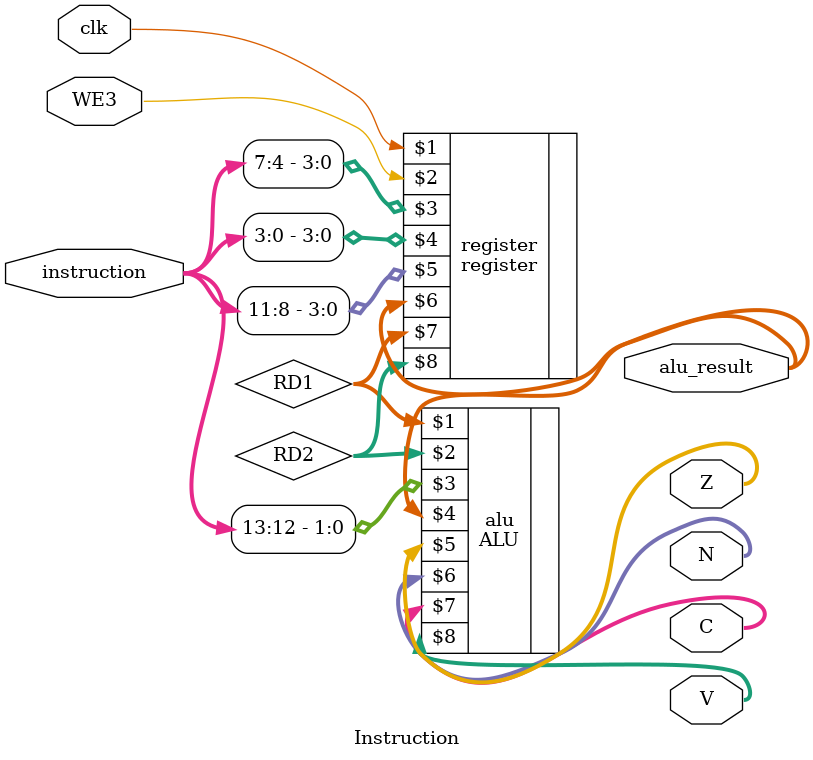
<source format=sv>
`include "register.sv"
`include "alu.sv"

module Instruction (
  input logic clk,
  input logic WE3,
  input logic [13:0] instruction,
  output logic [3:0] Z, N, C, V,
  output logic [7:0] alu_result);
  
  wire [7:0] RD1, RD2;
  
   ALU alu (RD1, RD2, instruction[13:12], alu_result, Z, N, C, V);
  register register (clk, WE3, instruction[7:4], instruction[3:0], instruction[11:8], alu_result, RD1, RD2);
 
  
    
endmodule

</source>
